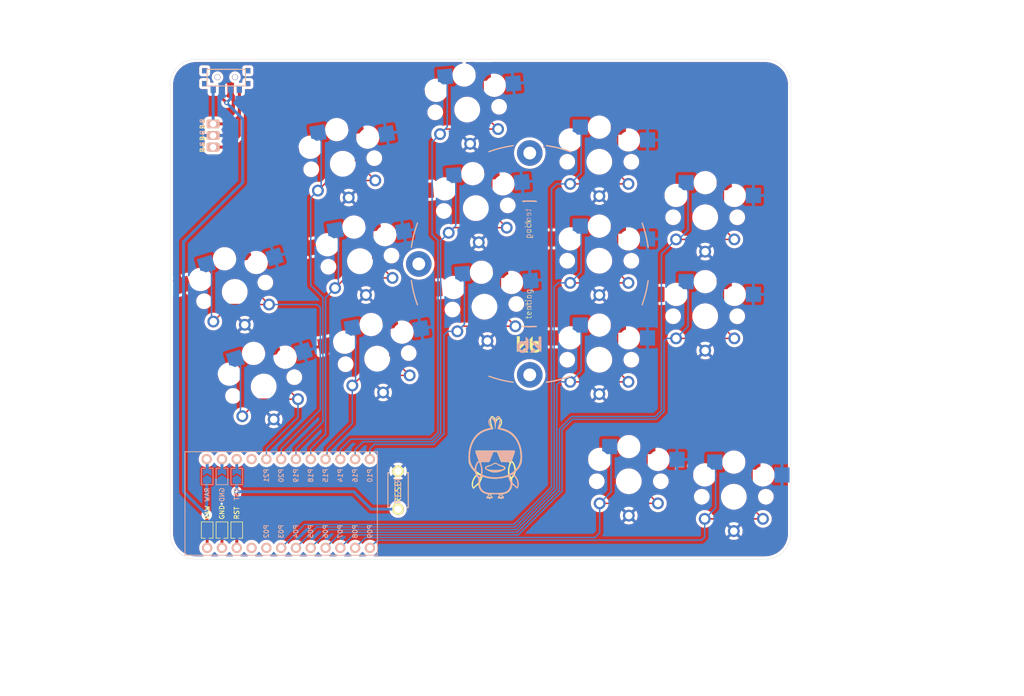
<source format=kicad_pcb>
(kicad_pcb (version 20211014) (generator pcbnew)
  (title_block (title "board") (rev "v1.0.0") (company "Unknown"))
  (layers (0 "F.Cu" signal) (31 "B.Cu" signal) (34 "B.Paste" user) (35 "F.Paste" user) (36 "B.SilkS" user "B.Silkscreen") (37 "F.SilkS" user "F.Silkscreen") (38 "B.Mask" user) (39 "F.Mask" user) (44 "Edge.Cuts" user))
  (net 0 "")
  (net 1 "P6")
  (net 2 "GND")
  (net 3 "P5")
  (net 4 "P4")
  (net 5 "P3")
  (net 6 "P2")
  (net 7 "P18")
  (net 8 "P15")
  (net 9 "P14")
  (net 10 "P16")
  (net 11 "P10")
  (net 12 "P19")
  (net 13 "P20")
  (net 14 "P21")
  (net 15 "P7")
  (net 16 "P8")
  (net 17 "P9")
  (net 18 "RAW")
  (net 19 "RST")
  (net 20 "Braw")
  (footprint "kbd:ResetSW" (layer "F.Cu") (at 80.880791 -48.667254 -90)
    (fp_text reference "B1" hide)
    (fp_text value "")
  )
  (footprint "Alaa:choc_hotswap_key" (layer "F.Cu") (at 71.38711 -104.745067 10)
    (fp_text reference "S11" hide)
    (fp_text value "" hide)
  )
  (footprint "Alaa:choc_hotswap_key" (layer "F.Cu") (at 94.221643 -97.114167 5)
    (fp_text reference "S15" hide)
    (fp_text value "" hide)
  )
  (footprint "Alaa:choc_hotswap_key" (layer "F.Cu") (at 115.424791 -88.077254)
    (fp_text reference "S21" hide)
    (fp_text value "" hide)
  )
  (footprint "E73:SPDT_C128955" (layer "F.Cu") (at 51.389406 -119.608838)
    (fp_text reference "T1" hide)
    (fp_text value "" hide)
  )
  (footprint "E73:SPDT_C128955" (layer "F.Cu") (at 51.389406 -119.608838)
    (fp_text reference "T2" hide)
    (fp_text value "" hide)
  )
  (footprint "Alaa:choc_hotswap_key" (layer "F.Cu") (at 133.599495 -95.544491)
    (fp_text reference "S29" hide)
    (fp_text value "" hide)
  )
  (footprint "LOGO" (layer "F.Cu") (at 97.484546 -52.964987)
    (fp_text reference "G***" hide)
    (fp_text value "LOGO" hide)
  )
  (footprint "Alaa:choc_hotswap_key" (layer "F.Cu") (at 138.511792 -47.543254)
    (fp_text reference "S33" hide)
    (fp_text value "" hide)
  )
  (footprint "Alaa:choc_hotswap_key" (layer "F.Cu") (at 77.291148 -71.261603 10)
    (fp_text reference "S7" hide)
    (fp_text value "" hide)
  )
  (footprint "lib:bat" (layer "F.Cu") (at 49.130791 -109.595254 -90)
    (fp_text reference "PAD1" hide)
    (fp_text value "" hide)
  )
  (footprint "Alaa:choc_hotswap_key" (layer "F.Cu") (at 52.842259 -82.729963 17)
    (fp_text reference "S5" hide)
    (fp_text value "" hide)
  )
  (footprint "Alaa:choc_hotswap_key" (layer "F.Cu") (at 133.599495 -78.544491)
    (fp_text reference "S27" hide)
    (fp_text value "" hide)
  )
  (footprint "Alaa:choc_hotswap_key" (layer "F.Cu") (at 74.339129 -88.003335 10)
    (fp_text reference "S9" hide)
    (fp_text value "" hide)
  )
  (footprint "Alaa:choc_hotswap_key" (layer "F.Cu") (at 95.703291 -80.178857 5)
    (fp_text reference "S13" hide)
    (fp_text value "" hide)
  )
  (footprint "Alaa:choc_hotswap_key" (layer "F.Cu") (at 92.739996 -114.049477 5)
    (fp_text reference "S17" hide)
    (fp_text value "" hide)
  )
  (footprint "Alaa:choc_hotswap_key" (layer "F.Cu") (at 120.485957 -50.201473)
    (fp_text reference "S31" hide)
    (fp_text value "" hide)
  )
  (footprint "Alaa:choc_hotswap_key" (layer "F.Cu") (at 57.812578 -66.472782 17)
    (fp_text reference "S3" hide)
    (fp_text value "" hide)
  )
  (footprint "Alaa:Tenting_Puck_3_Holes" (layer "F.Cu") (at 103.486791 -87.529254)
    (fp_text reference "REF**")
    (fp_text value "Tenting Puck")
  )
  (footprint "Alaa:choc_hotswap_key" (layer "F.Cu") (at 115.424791 -105.077254)
    (fp_text reference "S23" hide)
    (fp_text value "" hide)
  )
  (footprint "Alaa:choc_hotswap_key" (layer "F.Cu") (at 115.424791 -71.077254)
    (fp_text reference "S19" hide)
    (fp_text value "" hide)
  )
  (footprint "LOGO" (layer "B.Cu") (at 97.644791 -52.985254 180)
    (fp_text reference "G***" hide)
    (fp_text value "LOGO" hide)
  )
  (footprint "ProMicro" (layer "B.Cu") (at 62.084791 -46.381254)
    (fp_text reference "MCU1" hide)
    (fp_text value "" hide)
  )
  (gr_line (start 148.316185 -41.254903) (end 148.319791 -118.263254) (layer "Edge.Cuts") (width 0.05))
  (gr_arc (start 46.209791 -36.808254) (mid 43.066691 -38.110165) (end 41.764791 -41.253254) (layer "Edge.Cuts") (width 0.05))
  (gr_arc (start 143.874791 -122.708254) (mid 147.01787 -121.406344) (end 148.319791 -118.263254) (layer "Edge.Cuts") (width 0.05))
  (gr_line (start 46.209791 -36.808254) (end 143.871185 -36.809903) (layer "Edge.Cuts") (width 0.05))
  (gr_line (start 41.761149 -118.266118) (end 41.764791 -41.253254) (layer "Edge.Cuts") (width 0.05))
  (gr_line (start 143.874791 -122.708254) (end 46.206149 -122.711118) (layer "Edge.Cuts") (width 0.05))
  (gr_arc (start 41.761149 -118.266118) (mid 43.063059 -121.409208) (end 46.206149 -122.711118) (layer "Edge.Cuts") (width 0.05))
  (gr_arc (start 148.316185 -41.254903) (mid 147.014275 -38.111817) (end 143.871185 -36.809903) (layer "Edge.Cuts") (width 0.05))
  (segment (start 136.724974 -93.619012) (end 136.724974 -101.34497) (width 0.25) (layer "F.Cu") (net 1))
  (segment (start 136.724974 -101.34497) (end 136.874495 -101.494491) (width 0.25) (layer "F.Cu") (net 1))
  (segment (start 138.599495 -91.744491) (end 136.724974 -93.619012) (width 0.25) (layer "F.Cu") (net 1))
  (segment (start 128.599495 -91.744491) (end 138.599495 -91.744491) (width 0.25) (layer "F.Cu") (net 1))
  (segment (start 108.566791 -48.667254) (end 108.566791 -59.208972) (width 0.25) (layer "B.Cu") (net 1))
  (segment (start 68.434791 -38.761254) (end 71.111831 -41.438294) (width 0.25) (layer "B.Cu") (net 1))
  (segment (start 130.654161 -100.454265) (end 130.654161 -93.367747) (width 0.25) (layer "B.Cu") (net 1))
  (segment (start 110.666594 -61.308774) (end 125.018311 -61.308774) (width 0.25) (layer "B.Cu") (net 1))
  (segment (start 126.092791 -89.237786) (end 128.599495 -91.744491) (width 0.25) (layer "B.Cu") (net 1))
  (segment (start 129.030905 -91.744491) (end 128.599495 -91.744491) (width 0.25) (layer "B.Cu") (net 1))
  (segment (start 130.654161 -93.367747) (end 129.030905 -91.744491) (width 0.25) (layer "B.Cu") (net 1))
  (segment (start 130.18492 -100.923506) (end 130.654161 -100.454265) (width 0.25) (layer "B.Cu") (net 1))
  (segment (start 108.566791 -59.208972) (end 110.666594 -61.308774) (width 0.25) (layer "B.Cu") (net 1))
  (segment (start 71.111831 -41.438294) (end 101.337831 -41.438294) (width 0.25) (layer "B.Cu") (net 1))
  (segment (start 101.337831 -41.438294) (end 108.566791 -48.667254) (width 0.25) (layer "B.Cu") (net 1))
  (segment (start 126.092791 -62.383254) (end 126.092791 -89.237786) (width 0.25) (layer "B.Cu") (net 1))
  (segment (start 125.018311 -61.308774) (end 126.092791 -62.383254) (width 0.25) (layer "B.Cu") (net 1))
  (segment (start 50.654791 -46.280744) (end 50.654791 -42.467731) (width 0.5) (layer "F.Cu") (net 2))
  (segment (start 50.606907 -46.328628) (end 50.654791 -46.280744) (width 0.5) (layer "F.Cu") (net 2))
  (via (at 50.606907 -46.328628) (size 0.8) (drill 0.4) (layers "F.Cu" "B.Cu") (net 2))
  (segment (start 50.631665 -46.353386) (end 50.654791 -46.376512) (width 0.5) (layer "B.Cu") (net 2))
  (segment (start 50.654791 -46.376512) (end 50.654791 -50.217731) (width 0.5) (layer "B.Cu") (net 2))
  (segment (start 120.424791 -67.277254) (end 110.424791 -67.277254) (width 0.25) (layer "F.Cu") (net 3))
  (segment (start 118.55027 -76.877733) (end 118.55027 -69.151775) (width 0.25) (layer "F.Cu") (net 3))
  (segment (start 118.55027 -69.151775) (end 120.424791 -67.277254) (width 0.25) (layer "F.Cu") (net 3))
  (segment (start 118.699791 -77.027254) (end 118.55027 -76.877733) (width 0.25) (layer "F.Cu") (net 3))
  (segment (start 112.299312 -77.420712) (end 112.299312 -69.151775) (width 0.25) (layer "B.Cu") (net 3))
  (segment (start 101.151633 -41.887814) (end 108.117271 -48.853452) (width 0.25) (layer "B.Cu") (net 3))
  (segment (start 108.117271 -48.853452) (end 108.117271 -66.759734) (width 0.25) (layer "B.Cu") (net 3))
  (segment (start 69.021351 -41.887814) (end 101.151633 -41.887814) (width 0.25) (layer "B.Cu") (net 3))
  (segment (start 112.299312 -69.151775) (end 110.424791 -67.277254) (width 0.25) (layer "B.Cu") (net 3))
  (segment (start 108.634791 -67.277254) (end 110.424791 -67.277254) (width 0.25) (layer "B.Cu") (net 3))
  (segment (start 108.117271 -66.759734) (end 108.634791 -67.277254) (width 0.25) (layer "B.Cu") (net 3))
  (segment (start 65.894791 -38.761254) (end 69.021351 -41.887814) (width 0.25) (layer "B.Cu") (net 3))
  (segment (start 118.55027 -86.151775) (end 120.424791 -84.277254) (width 0.25) (layer "F.Cu") (net 4))
  (segment (start 110.424791 -84.277254) (end 120.424791 -84.277254) (width 0.25) (layer "F.Cu") (net 4))
  (segment (start 118.55027 -93.877733) (end 118.55027 -86.151775) (width 0.25) (layer "F.Cu") (net 4))
  (segment (start 118.699791 -94.027254) (end 118.55027 -93.877733) (width 0.25) (layer "F.Cu") (net 4))
  (segment (start 66.930871 -42.337334) (end 100.965435 -42.337334) (width 0.25) (layer "B.Cu") (net 4))
  (segment (start 63.354791 -38.761254) (end 66.930871 -42.337334) (width 0.25) (layer "B.Cu") (net 4))
  (segment (start 100.965435 -42.337334) (end 107.667751 -49.03965) (width 0.25) (layer "B.Cu") (net 4))
  (segment (start 112.299312 -94.420712) (end 112.299312 -86.151775) (width 0.25) (layer "B.Cu") (net 4))
  (segment (start 107.667751 -83.582214) (end 108.362791 -84.277254) (width 0.25) (layer "B.Cu") (net 4))
  (segment (start 112.299312 -86.151775) (end 110.424791 -84.277254) (width 0.25) (layer "B.Cu") (net 4))
  (segment (start 108.362791 -84.277254) (end 110.424791 -84.277254) (width 0.25) (layer "B.Cu") (net 4))
  (segment (start 107.667751 -49.03965) (end 107.667751 -83.582214) (width 0.25) (layer "B.Cu") (net 4))
  (segment (start 118.55027 -110.877733) (end 118.55027 -103.151775) (width 0.25) (layer "F.Cu") (net 5))
  (segment (start 120.424791 -101.277254) (end 110.424791 -101.277254) (width 0.25) (layer "F.Cu") (net 5))
  (segment (start 118.699791 -111.027254) (end 118.55027 -110.877733) (width 0.25) (layer "F.Cu") (net 5))
  (segment (start 118.55027 -103.151775) (end 120.424791 -101.277254) (width 0.25) (layer "F.Cu") (net 5))
  (segment (start 112.299312 -103.151775) (end 110.424791 -101.277254) (width 0.25) (layer "B.Cu") (net 5))
  (segment (start 108.090791 -101.277254) (end 110.424791 -101.277254) (width 0.25) (layer "B.Cu") (net 5))
  (segment (start 107.218231 -49.225848) (end 107.218231 -100.404694) (width 0.25) (layer "B.Cu") (net 5))
  (segment (start 112.299312 -111.420712) (end 112.299312 -103.151775) (width 0.25) (layer "B.Cu") (net 5))
  (segment (start 60.814791 -38.761254) (end 64.840391 -42.786854) (width 0.25) (layer "B.Cu") (net 5))
  (segment (start 100.779237 -42.786854) (end 107.218231 -49.225848) (width 0.25) (layer "B.Cu") (net 5))
  (segment (start 107.218231 -100.404694) (end 108.090791 -101.277254) (width 0.25) (layer "B.Cu") (net 5))
  (segment (start 64.840391 -42.786854) (end 100.779237 -42.786854) (width 0.25) (layer "B.Cu") (net 5))
  (segment (start 76.531168 -88.521169) (end 79.923031 -85.129306) (width 0.25) (layer "F.Cu") (net 7))
  (segment (start 76.531168 -94.431639) (end 76.531168 -88.521169) (width 0.25) (layer "F.Cu") (net 7))
  (segment (start 79.923031 -85.129306) (end 71.811434 -85.129306) (width 0.25) (layer "F.Cu") (net 7))
  (segment (start 71.811434 -85.129306) (end 70.074953 -83.392825) (width 0.25) (layer "F.Cu") (net 7))
  (segment (start 70.638431 -83.956303) (end 70.074953 -83.392825) (width 0.25) (layer "B.Cu") (net 7))
  (segment (start 65.894791 -55.779254) (end 68.434791 -58.319254) (width 0.25) (layer "B.Cu") (net 7))
  (segment (start 68.434791 -81.752663) (end 70.074953 -83.392825) (width 0.25) (layer "B.Cu") (net 7))
  (segment (start 70.638431 -92.736489) (end 70.638431 -83.956303) (width 0.25) (layer "B.Cu") (net 7))
  (segment (start 65.894791 -54.001254) (end 65.894791 -55.779254) (width 0.25) (layer "B.Cu") (net 7))
  (segment (start 68.434791 -58.319254) (end 68.434791 -81.752663) (width 0.25) (layer "B.Cu") (net 7))
  (segment (start 70.080677 -93.294243) (end 70.638431 -92.736489) (width 0.25) (layer "B.Cu") (net 7))
  (segment (start 79.483187 -71.779437) (end 82.87505 -68.387574) (width 0.25) (layer "F.Cu") (net 8))
  (segment (start 82.87505 -68.387574) (end 74.763453 -68.387574) (width 0.25) (layer "F.Cu") (net 8))
  (segment (start 79.483187 -77.689907) (end 79.483187 -71.779437) (width 0.25) (layer "F.Cu") (net 8))
  (segment (start 74.763453 -68.387574) (end 73.026972 -66.651093) (width 0.25) (layer "F.Cu") (net 8))
  (segment (start 73.59045 -67.214571) (end 73.026972 -66.651093) (width 0.25) (layer "B.Cu") (net 8))
  (segment (start 68.434791 -54.001254) (end 68.688791 -54.255254) (width 0.25) (layer "B.Cu") (net 8))
  (segment (start 73.032696 -76.552511) (end 73.59045 -75.994757) (width 0.25) (layer "B.Cu") (net 8))
  (segment (start 73.59045 -75.994757) (end 73.59045 -67.214571) (width 0.25) (layer "B.Cu") (net 8))
  (segment (start 68.688791 -54.255254) (end 68.688791 -55.779254) (width 0.25) (layer "B.Cu") (net 8))
  (segment (start 68.688791 -55.779254) (end 73.026972 -60.117435) (width 0.25) (layer "B.Cu") (net 8))
  (segment (start 73.026972 -60.117435) (end 73.026972 -66.651093) (width 0.25) (layer "B.Cu") (net 8))
  (segment (start 95.483957 -120.262271) (end 95.483957 -113.26792) (width 0.25) (layer "F.Cu") (net 9))
  (segment (start 88.961772 -110.699716) (end 88.090214 -109.828158) (width 0.25) (layer "F.Cu") (net 9))
  (segment (start 98.052161 -110.699716) (end 88.961772 -110.699716) (width 0.25) (layer "F.Cu") (net 9))
  (segment (start 95.483957 -113.26792) (end 98.052161 -110.699716) (width 0.25) (layer "F.Cu") (net 9))
  (segment (start 72.762831 -57.440294) (end 86.604395 -57.440294) (width 0.25) (layer "B.Cu") (net 9))
  (segment (start 87.738791 -58.57469) (end 87.738791 -91.593254) (width 0.25) (layer "B.Cu") (net 9))
  (segment (start 70.974791 -55.652254) (end 72.762831 -57.440294) (width 0.25) (layer "B.Cu") (net 9))
  (segment (start 86.604395 -57.440294) (end 87.738791 -58.57469) (width 0.25) (layer "B.Cu") (net 9))
  (segment (start 70.974791 -54.001254) (end 70.974791 -55.652254) (width 0.25) (layer "B.Cu") (net 9))
  (segment (start 89.306709 -111.044653) (end 88.090214 -109.828158) (width 0.25) (layer "B.Cu") (net 9))
  (segment (start 89.306709 -119.343573) (end 89.306709 -111.044653) (width 0.25) (layer "B.Cu") (net 9))
  (segment (start 87.738791 -91.593254) (end 86.722791 -92.609254) (width 0.25) (layer "B.Cu") (net 9))
  (segment (start 86.722791 -92.609254) (end 86.722791 -108.460735) (width 0.25) (layer "B.Cu") (net 9))
  (segment (start 88.958882 -119.6914) (end 89.306709 -119.343573) (width 0.25) (layer "B.Cu") (net 9))
  (segment (start 86.722791 -108.460735) (end 88.090214 -109.828158) (width 0.25) (layer "B.Cu") (net 9))
  (segment (start 99.533808 -93.764406) (end 90.443419 -93.764406) (width 0.25) (layer "F.Cu") (net 10))
  (segment (start 96.965604 -96.33261) (end 99.533808 -93.764406) (width 0.25) (layer "F.Cu") (net 10))
  (segment (start 96.965604 -103.326961) (end 96.965604 -96.33261) (width 0.25) (layer "F.Cu") (net 10))
  (segment (start 90.443419 -93.764406) (end 89.571861 -92.892848) (width 0.25) (layer "F.Cu") (net 10))
  (segment (start 90.788356 -94.109343) (end 89.571861 -92.892848) (width 0.25) (layer "B.Cu") (net 10))
  (segment (start 73.514791 -54.001254) (end 73.514791 -55.652254) (width 0.25) (layer "B.Cu") (net 10))
  (segment (start 86.790593 -56.990774) (end 88.188311 -58.388492) (width 0.25) (layer "B.Cu") (net 10))
  (segment (start 88.188311 -58.388492) (end 88.188311 -91.509298) (width 0.25) (layer "B.Cu") (net 10))
  (segment (start 90.440529 -102.75609) (end 90.788356 -102.408263) (width 0.25) (layer "B.Cu") (net 10))
  (segment (start 88.188311 -91.509298) (end 89.571861 -92.892848) (width 0.25) (layer "B.Cu") (net 10))
  (segment (start 74.853311 -56.990774) (end 86.790593 -56.990774) (width 0.25) (layer "B.Cu") (net 10))
  (segment (start 90.788356 -102.408263) (end 90.788356 -94.109343) (width 0.25) (layer "B.Cu") (net 10))
  (segment (start 73.514791 -55.652254) (end 74.853311 -56.990774) (width 0.25) (layer "B.Cu") (net 10))
  (segment (start 91.925067 -76.829096) (end 91.053509 -75.957538) (width 0.25) (layer "F.Cu") (net 11))
  (segment (start 101.015456 -76.829096) (end 98.447252 -79.3973) (width 0.25) (layer "F.Cu") (net 11))
  (segment (start 98.447252 -79.3973) (end 98.447252 -86.391651) (width 0.25) (layer "F.Cu") (net 11))
  (segment (start 101.015456 -76.829096) (end 91.925067 -76.829096) (width 0.25) (layer "F.Cu") (net 11))
  (segment (start 88.754791 -58.319254) (end 88.754791 -75.337254) (width 0.25) (layer "B.Cu") (net 11))
  (segment (start 92.270004 -77.174033) (end 91.053509 -75.957538) (width 0.25) (layer "B.Cu") (net 11))
  (segment (start 88.754791 -75.337254) (end 89.375075 -75.957538) (width 0.25) (layer "B.Cu") (net 11))
  (segment (start 89.375075 -75.957538) (end 91.053509 -75.957538) (width 0.25) (layer "B.Cu") (net 11))
  (segment (start 76.054791 -54.001254) (end 76.054791 -55.779254) (width 0.25) (layer "B.Cu") (net 11))
  (segment (start 86.976791 -56.541254) (end 88.754791 -58.319254) (width 0.25) (layer "B.Cu") (net 11))
  (segment (start 76.054791 -55.779254) (end 76.816791 -56.541254) (width 0.25) (layer "B.Cu") (net 11))
  (segment (start 91.922177 -85.82078) (end 92.270004 -85.472953) (width 0.25) (layer "B.Cu") (net 11))
  (segment (start 76.816791 -56.541254) (end 86.976791 -56.541254) (width 0.25) (layer "B.Cu") (net 11))
  (segment (start 92.270004 -85.472953) (end 92.270004 -77.174033) (width 0.25) (layer "B.Cu") (net 11))
  (segment (start 68.859415 -101.871038) (end 67.122934 -100.134557) (width 0.25) (layer "F.Cu") (net 12))
  (segment (start 73.579149 -111.173371) (end 73.579149 -105.262901) (width 0.25) (layer "F.Cu") (net 12))
  (segment (start 76.971012 -101.871038) (end 68.859415 -101.871038) (width 0.25) (layer "F.Cu") (net 12))
  (segment (start 73.579149 -105.262901) (end 76.971012 -101.871038) (width 0.25) (layer "F.Cu") (net 12))
  (segment (start 67.686412 -100.698035) (end 67.122934 -100.134557) (width 0.25) (layer "B.Cu") (net 12))
  (segment (start 67.128658 -110.035975) (end 67.686412 -109.478221) (width 0.25) (layer "B.Cu") (net 12))
  (segment (start 67.985271 -81.755774) (end 65.894791 -83.846254) (width 0.25) (layer "B.Cu") (net 12))
  (segment (start 65.894791 -98.906414) (end 67.122934 -100.134557) (width 0.25) (layer "B.Cu") (net 12))
  (segment (start 65.894791 -83.846254) (end 65.894791 -98.906414) (width 0.25) (layer "B.Cu") (net 12))
  (segment (start 67.686412 -109.478221) (end 67.686412 -100.698035) (width 0.25) (layer "B.Cu") (net 12))
  (segment (start 63.354791 -55.779254) (end 67.985271 -60.409734) (width 0.25) (layer "B.Cu") (net 12))
  (segment (start 63.354791 -54.001254) (end 63.354791 -55.779254) (width 0.25) (layer "B.Cu") (net 12))
  (segment (start 67.985271 -60.409734) (end 67.985271 -81.755774) (width 0.25) (layer "B.Cu") (net 12))
  (segment (start 58.734795 -80.557863) (end 52.095465 -80.557863) (width 0.25) (layer "F.Cu") (net 13))
  (segment (start 54.234545 -89.377494) (end 54.234545 -85.058113) (width 0.25) (layer "F.Cu") (net 13))
  (segment (start 52.095465 -80.557863) (end 49.171748 -77.634146) (width 0.25) (layer "F.Cu") (net 13))
  (segment (start 54.234545 -85.058113) (end 58.734795 -80.557863) (width 0.25) (layer "F.Cu") (net 13))
  (segment (start 60.814791 -55.779254) (end 67.535751 -62.500214) (width 0.25) (layer "B.Cu") (net 13))
  (segment (start 47.655954 -88.184596) (end 48.856953 -86.983597) (width 0.25) (layer "B.Cu") (net 13))
  (segment (start 48.856953 -86.983597) (end 48.856953 -78.356283) (width 0.25) (layer "B.Cu") (net 13))
  (segment (start 67.024182 -80.557863) (end 58.734795 -80.557863) (width 0.25) (layer "B.Cu") (net 13))
  (segment (start 67.535751 -62.500214) (end 67.535751 -80.046294) (width 0.25) (layer "B.Cu") (net 13))
  (segment (start 60.814791 -54.001254) (end 60.814791 -55.779254) (width 0.25) (layer "B.Cu") (net 13))
  (segment (start 67.535751 -80.046294) (end 67.024182 -80.557863) (width 0.25) (layer "B.Cu") (net 13))
  (segment (start 59.204864 -68.800932) (end 63.705114 -64.300682) (width 0.25) (layer "F.Cu") (net 14))
  (segment (start 63.705114 -64.300682) (end 57.065784 -64.300682) (width 0.25) (layer "F.Cu") (net 14))
  (segment (start 57.065784 -64.300682) (end 54.142067 -61.376965) (width 0.25) (layer "F.Cu") (net 14))
  (segment (start 59.204864 -73.120313) (end 59.204864 -68.800932) (width 0.25) (layer "F.Cu") (net 14))
  (segment (start 52.626273 -71.927415) (end 53.827272 -70.726416) (width 0.25) (layer "B.Cu") (net 14))
  (segment (start 58.274791 -54.001254) (end 58.274791 -55.779254) (width 0.25) (layer "B.Cu") (net 14))
  (segment (start 63.705114 -61.209577) (end 63.705114 -64.300682) (width 0.25) (layer "B.Cu") (net 14))
  (segment (start 58.274791 -55.779254) (end 63.705114 -61.209577) (width 0.25) (layer "B.Cu") (net 14))
  (segment (start 53.827272 -70.726416) (end 53.827272 -62.099102) (width 0.25) (layer "B.Cu") (net 14))
  (segment (start 136.724974 -76.619012) (end 136.724974 -84.34497) (width 0.25) (layer "F.Cu") (net 15))
  (segment (start 138.599495 -74.744491) (end 136.724974 -76.619012) (width 0.25) (layer "F.Cu") (net 15))
  (segment (start 136.724974 -84.34497) (end 136.874495 -84.494491) (width 0.25) (layer "F.Cu") (net 15))
  (segment (start 128.599495 -74.744491) (end 138.599495 -74.744491) (width 0.25) (layer "F.Cu") (net 15))
  (segment (start 130.654161 -83.454265) (end 130.654161 -76.799157) (width 0.25) (layer "B.Cu") (net 15))
  (segment (start 101.524029 -40.988774) (end 109.016311 -48.481057) (width 0.25) (layer "B.Cu") (net 15))
  (segment (start 130.18492 -83.923506) (end 130.654161 -83.454265) (width 0.25) (layer "B.Cu") (net 15))
  (segment (start 109.016311 -48.481057) (end 109.016311 -59.022774) (width 0.25) (layer "B.Cu") (net 15))
  (segment (start 109.016311 -59.022774) (end 110.852791 -60.859254) (width 0.25) (layer "B.Cu") (net 15))
  (segment (start 126.542311 -74.262774) (end 127.024028 -74.744491) (width 0.25) (layer "B.Cu") (net 15))
  (segment (start 73.202311 -40.988774) (end 101.524029 -40.988774) (width 0.25) (layer "B.Cu") (net 15))
  (segment (start 110.852791 -60.859254) (end 125.204509 -60.859254) (width 0.25) (layer "B.Cu") (net 15))
  (segment (start 126.542311 -62.197056) (end 126.542311 -74.262774) (width 0.25) (layer "B.Cu") (net 15))
  (segment (start 70.974791 -38.761254) (end 73.202311 -40.988774) (width 0.25) (layer "B.Cu") (net 15))
  (segment (start 125.204509 -60.859254) (end 126.542311 -62.197056) (width 0.25) (layer "B.Cu") (net 15))
  (segment (start 130.654161 -76.799157) (end 128.45992 -74.604916) (width 0.25) (layer "B.Cu") (net 15))
  (segment (start 127.024028 -74.744491) (end 128.599495 -74.744491) (width 0.25) (layer "B.Cu") (net 15))
  (segment (start 123.611436 -56.001952) (end 123.611436 -48.275994) (width 0.25) (layer "F.Cu") (net 16))
  (segment (start 123.760956 -56.151472) (end 123.611436 -56.001952) (width 0.25) (layer "F.Cu") (net 16))
  (segment (start 123.611436 -48.275994) (end 125.485957 -46.401473) (width 0.25) (layer "F.Cu") (net 16))
  (segment (start 125.485957 -46.401473) (end 115.485957 -46.401473) (width 0.25) (layer "F.Cu") (net 16))
  (segment (start 117.210956 -56.151473) (end 117.437957 -55.924472) (width 0.25) (layer "B.Cu") (net 16))
  (segment (start 117.437957 -55.924472) (end 117.437957 -48.353473) (width 0.25) (layer "B.Cu") (net 16))
  (segment (start 114.662791 -40.539254) (end 115.485957 -41.36242) (width 0.25) (layer "B.Cu") (net 16))
  (segment (start 115.485957 -41.36242) (end 115.485957 -45.902088) (width 0.25) (layer "B.Cu") (net 16))
  (segment (start 117.437957 -48.353473) (end 115.485957 -46.401473) (width 0.25) (layer "B.Cu") (net 16))
  (segment (start 75.292791 -40.539254) (end 114.662791 -40.539254) (width 0.25) (layer "B.Cu") (net 16))
  (segment (start 115.485957 -45.902088) (end 114.996791 -46.391254) (width 0.25) (layer "B.Cu") (net 16))
  (segment (start 73.514791 -38.761254) (end 75.292791 -40.539254) (width 0.25) (layer "B.Cu") (net 16))
  (segment (start 141.637271 -45.617775) (end 143.511792 -43.743254) (width 0.25) (layer "F.Cu") (net 17))
  (segment (start 141.637271 -53.343733) (end 141.637271 -45.617775) (width 0.25) (layer "F.Cu") (net 17))
  (segment (start 141.786791 -53.493253) (end 141.637271 -53.343733) (width 0.25) (layer "F.Cu") (net 17))
  (segment (start 143.511792 -43.743254) (end 133.511792 -43.743254) (width 0.25) (layer "F.Cu") (net 17))
  (segment (start 135.386313 -45.617775) (end 133.511792 -43.743254) (width 0.25) (layer "B.Cu") (net 17))
  (segment (start 77.383271 -40.089734) (end 133.009271 -40.089734) (width 0.25) (layer "B.Cu") (net 17))
  (segment (start 135.236791 -53.493254) (end 135.386313 -53.343732) (width 0.25) (layer "B.Cu") (net 17))
  (segment (start 133.511792 -40.592255) (end 133.511792 -43.743254) (width 0.25) (layer "B.Cu") (net 17))
  (segment (start 133.009271 -40.089734) (end 133.511792 -40.592255) (width 0.25) (layer "B.Cu") (net 17))
  (segment (start 76.054791 -38.761254) (end 77.383271 -40.089734) (width 0.25) (layer "B.Cu") (net 17))
  (segment (start 135.386313 -53.343732) (end 135.386313 -45.617775) (width 0.25) (layer "B.Cu") (net 17))
  (segment (start 48.072149 -44.396082) (end 48.072149 -42.443543) (width 0.5) (layer "F.Cu") (net 18))
  (segment (start 50.639406 -116.023566) (end 51.441433 -115.221539) (width 0.5) (layer "F.Cu") (net 18))
  (segment (start 48.04419 -44.424041) (end 48.072149 -44.396082) (width 0.5) (layer "F.Cu") (net 18))
  (segment (start 50.639406 -117.533838) (end 50.639406 -116.023566) (width 0.5) (layer "F.Cu") (net 18))
  (via (at 48.04419 -44.424041) (size 0.8) (drill 0.4) (layers "F.Cu" "B.Cu") (net 18))
  (via (at 51.441433 -115.221539) (size 0.8) (drill 0.4) (layers "F.Cu" "B.Cu") (net 18))
  (segment (start 48.114791 -50.217731) (end 48.04419 -50.14713) (width 0.5) (layer "B.Cu") (net 18))
  (segment (start 48.04419 -50.14713) (end 48.04419 -44.424041) (width 0.5) (layer "B.Cu") (net 18))
  (segment (start 48.04419 -44.424041) (end 44.050791 -48.41744) (width 0.5) (layer "B.Cu") (net 18))
  (segment (start 52.190791 -115.970928) (end 51.492818 -115.272955) (width 0.5) (layer "B.Cu") (net 18))
  (segment (start 54.210791 -101.499254) (end 54.210791 -112.452181) (width 0.5) (layer "B.Cu") (net 18))
  (segment (start 52.190791 -117.585254) (end 52.190791 -115.970928) (width 0.5) (layer "B.Cu") (net 18))
  (segment (start 54.210791 -112.452181) (end 51.441433 -115.221539) (width 0.5) (layer "B.Cu") (net 18))
  (segment (start 44.050791 -48.41744) (end 44.050791 -91.339254) (width 0.5) (layer "B.Cu") (net 18))
  (segment (start 44.050791 -91.339254) (end 54.210791 -101.499254) (width 0.5) (layer "B.Cu") (net 18))
  (segment (start 53.150987 -48.413823) (end 53.172149 -48.392661) (width 0.5) (layer "F.Cu") (net 19))
  (segment (start 53.172149 -48.392661) (end 53.172149 -42.490373) (width 0.5) (layer "F.Cu") (net 19))
  (via (at 53.150987 -48.413823) (size 0.8) (drill 0.4) (layers "F.Cu" "B.Cu") (net 19))
  (segment (start 76.257929 -45.417254) (end 80.880791 -45.417254) (width 0.5) (layer "B.Cu") (net 19))
  (segment (start 73.26136 -48.413823) (end 76.257929 -45.417254) (width 0.5) (layer "B.Cu") (net 19))
  (segment (start 53.150987 -48.413823) (end 73.26136 -48.413823) (width 0.5) (layer "B.Cu") (net 19))
  (segment (start 53.194791 -48.457627) (end 53.194791 -50.217731) (width 0.5) (layer "B.Cu") (net 19))
  (segment (start 53.150987 -48.413823) (end 53.194791 -48.457627) (width 0.5) (layer "B.Cu") (net 19))
  (segment (start 52.252091 -111.595254) (end 49.130791 -111.595254) (width 0.5) (layer "F.Cu") (net 20))
  (segment (start 51.670791 -107.595254) (end 49.130791 -107.595254) (width 0.5) (layer "F.Cu") (net 20))
  (segment (start 53.639406 -109.563869) (end 51.670791 -107.595254) (width 0.5) (layer "F.Cu") (net 20))
  (segment (start 53.639406 -112.982569) (end 52.252091 -111.595254) (width 0.5) (layer "F.Cu") (net 20))
  (segment (start 53.639406 -117.533838) (end 53.639406 -112.982569) (width 0.5) (layer "F.Cu") (net 20))
  (segment (start 53.639406 -117.533838) (end 53.639406 -109.563869) (width 0.5) (layer "F.Cu") (net 20))
  (segment (start 49.139406 -111.603869) (end 49.130791 -111.595254) (width 0.5) (layer "B.Cu") (net 20))
  (segment (start 49.139406 -117.533838) (end 49.139406 -111.603869) (width 0.5) (layer "B.Cu") (net 20))
  (zone locked (net 2) (net_name "GND") (layers F&B.Cu) (connect_pads (clearance 0.508)) (min_thickness 0.254) (fill yes (thermal_gap 0.508) (thermal_bridge_width 0.508) (island_removal_mode 1) (island_area_min 0))
    (polygon (pts (xy 185.274791 -132.868254) (xy 188.341 -13.2842) (xy 15.094791 -16.028254) (xy 12.554791 -132.868254) (xy 86.7918 -132.868254)))
  )
)
</source>
